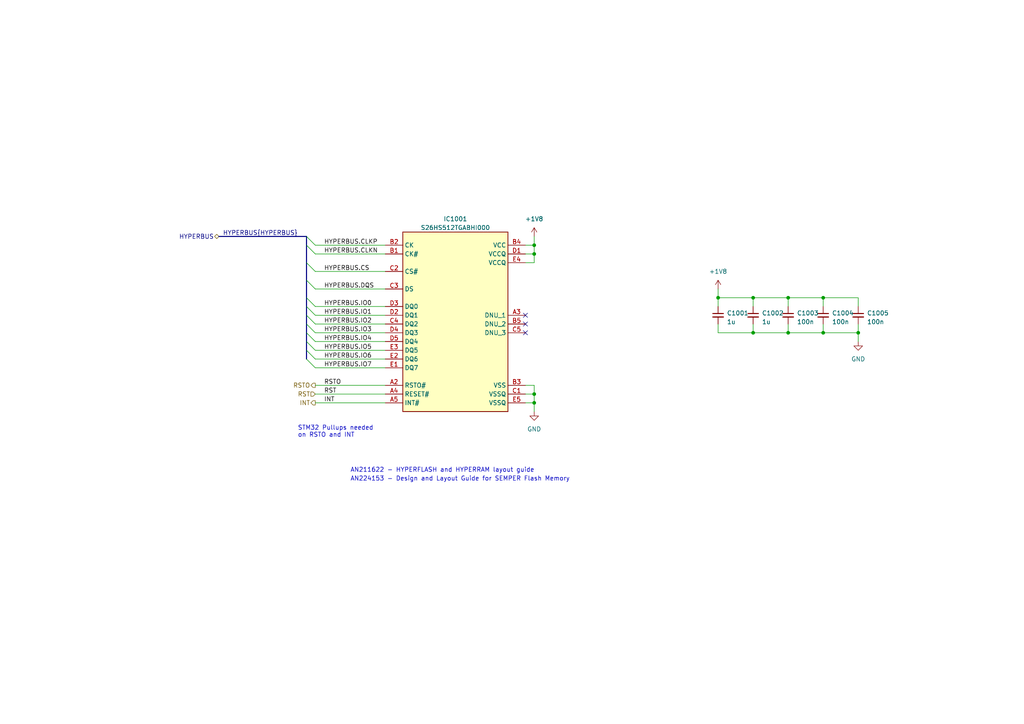
<source format=kicad_sch>
(kicad_sch (version 20230121) (generator eeschema)
  (paper "A4")
  (title_block (title "Watch Flash") (rev "1"))
  (lib_symbols
    (symbol "Device:C_Small" (pin_numbers hide) (pin_names (offset 0.254) hide)
      (property "Reference" "C" (at 0.254 1.778 0))
      (property "Value" "C_Small" (at 0.254 -2.032 0))
      (symbol "C_Small_0_1"
        (polyline (pts (xy -1.524 -0.508) (xy 1.524 -0.508)) (stroke (width 0.3302)))
        (polyline (pts (xy -1.524 0.508) (xy 1.524 0.508)) (stroke (width 0.3048)))
      )
      (symbol "C_Small_1_1"
        (pin passive line (at 0 2.54 270) (length 2.032) (name "~") (number "1"))
        (pin passive line (at 0 -2.54 90) (length 2.032) (name "~") (number "2"))
      )
    )
    (symbol "S26HS512TGABHI000:S26HS512TGABHI000"
      (property "Reference" "IC" (at 0 31.75 0))
      (property "Value" "S26HS512TGABHI000" (at 0 29.21 0))
      (symbol "S26HS512TGABHI000_1_1"
        (rectangle (start -15.24 26.67) (end 15.24 -25.4) (stroke (width 0.254)) (fill (type background)))
        (pin passive line (at -20.32 -17.78 0) (length 5.08) (name "RSTO#") (number "A2"))
        (pin passive line (at 20.32 2.54 180) (length 5.08) (name "DNU_1") (number "A3"))
        (pin passive line (at -20.32 -20.32 0) (length 5.08) (name "RESET#") (number "A4"))
        (pin passive line (at -20.32 -22.86 0) (length 5.08) (name "INT#") (number "A5"))
        (pin passive line (at -20.32 20.32 0) (length 5.08) (name "CK#") (number "B1"))
        (pin passive line (at -20.32 22.86 0) (length 5.08) (name "CK") (number "B2"))
        (pin passive line (at 20.32 -17.78 180) (length 5.08) (name "VSS") (number "B3"))
        (pin passive line (at 20.32 22.86 180) (length 5.08) (name "VCC") (number "B4"))
        (pin passive line (at 20.32 0 180) (length 5.08) (name "DNU_2") (number "B5"))
        (pin passive line (at 20.32 -20.32 180) (length 5.08) (name "VSSQ") (number "C1"))
        (pin passive line (at -20.32 15.24 0) (length 5.08) (name "CS#") (number "C2"))
        (pin passive line (at -20.32 10.16 0) (length 5.08) (name "DS") (number "C3"))
        (pin passive line (at -20.32 0 0) (length 5.08) (name "DQ2") (number "C4"))
        (pin passive line (at 20.32 -2.54 180) (length 5.08) (name "DNU_3") (number "C5"))
        (pin passive line (at 20.32 20.32 180) (length 5.08) (name "VCCQ") (number "D1"))
        (pin passive line (at -20.32 2.54 0) (length 5.08) (name "DQ1") (number "D2"))
        (pin passive line (at -20.32 5.08 0) (length 5.08) (name "DQ0") (number "D3"))
        (pin passive line (at -20.32 -2.54 0) (length 5.08) (name "DQ3") (number "D4"))
        (pin passive line (at -20.32 -5.08 0) (length 5.08) (name "DQ4") (number "D5"))
        (pin passive line (at -20.32 -12.7 0) (length 5.08) (name "DQ7") (number "E1"))
        (pin passive line (at -20.32 -10.16 0) (length 5.08) (name "DQ6") (number "E2"))
        (pin passive line (at -20.32 -7.62 0) (length 5.08) (name "DQ5") (number "E3"))
        (pin passive line (at 20.32 17.78 180) (length 5.08) (name "VCCQ") (number "E4"))
        (pin passive line (at 20.32 -22.86 180) (length 5.08) (name "VSSQ") (number "E5"))
      )
    )
    (symbol "power:+1V8" (power) (pin_names (offset 0))
      (property "Value" "+1V8" (at 0 3.556 0))
      (symbol "+1V8_0_1"
        (polyline (pts (xy -0.762 1.27) (xy 0 2.54)))
        (polyline (pts (xy 0 0) (xy 0 2.54)))
        (polyline (pts (xy 0 2.54) (xy 0.762 1.27)))
      )
      (symbol "+1V8_1_1"
        (pin power_in line (at 0 0 90) (length 0) hide (name "+1V8") (number "1"))
      )
    )
    (symbol "power:GND" (power) (pin_names (offset 0))
      (property "Value" "GND" (at 0 -3.81 0))
      (symbol "GND_0_1"
        (polyline (pts (xy 0 0) (xy 0 -1.27) (xy 1.27 -1.27) (xy 0 -2.54) (xy -1.27 -1.27) (xy 0 -1.27)))
      )
      (symbol "GND_1_1"
        (pin power_in line (at 0 0 270) (length 0) hide (name "GND") (number "1"))
      )
    )
  )
  (junction (at 154.94 114.3))
  (junction (at 208.28 86.36))
  (junction (at 154.94 116.84))
  (junction (at 238.76 86.36))
  (junction (at 228.6 96.52))
  (junction (at 228.6 86.36))
  (junction (at 248.92 96.52))
  (junction (at 238.76 96.52))
  (junction (at 218.44 86.36))
  (junction (at 154.94 73.66))
  (junction (at 154.94 71.12))
  (junction (at 218.44 96.52))
  (no_connect (at 152.4 96.52))
  (no_connect (at 152.4 93.98))
  (no_connect (at 152.4 91.44))
  (bus_entry (at 88.9 71.12) (size 2.54 2.54))
  (bus_entry (at 88.9 86.36) (size 2.54 2.54))
  (bus_entry (at 88.9 81.28) (size 2.54 2.54))
  (bus_entry (at 88.9 99.06) (size 2.54 2.54))
  (bus_entry (at 88.9 91.44) (size 2.54 2.54))
  (bus_entry (at 88.9 88.9) (size 2.54 2.54))
  (bus_entry (at 88.9 76.2) (size 2.54 2.54))
  (bus_entry (at 88.9 104.14) (size 2.54 2.54))
  (bus_entry (at 88.9 93.98) (size 2.54 2.54))
  (bus_entry (at 88.9 68.58) (size 2.54 2.54))
  (bus_entry (at 88.9 96.52) (size 2.54 2.54))
  (bus_entry (at 88.9 101.6) (size 2.54 2.54))
  (wire (pts (xy 91.44 96.52) (xy 111.76 96.52)))
  (bus (pts (xy 88.9 81.28) (xy 88.9 86.36)))
  (wire (pts (xy 154.94 119.38) (xy 154.94 116.84)))
  (wire (pts (xy 111.76 78.74) (xy 91.44 78.74)))
  (wire (pts (xy 218.44 88.9) (xy 218.44 86.36)))
  (wire (pts (xy 208.28 83.82) (xy 208.28 86.36)))
  (bus (pts (xy 88.9 76.2) (xy 88.9 81.28)))
  (bus (pts (xy 88.9 86.36) (xy 88.9 88.9)))
  (wire (pts (xy 218.44 96.52) (xy 228.6 96.52)))
  (bus (pts (xy 88.9 88.9) (xy 88.9 91.44)))
  (wire (pts (xy 208.28 88.9) (xy 208.28 86.36)))
  (wire (pts (xy 248.92 93.98) (xy 248.92 96.52)))
  (bus (pts (xy 88.9 99.06) (xy 88.9 101.6)))
  (wire (pts (xy 238.76 96.52) (xy 248.92 96.52)))
  (wire (pts (xy 218.44 86.36) (xy 228.6 86.36)))
  (wire (pts (xy 111.76 91.44) (xy 91.44 91.44)))
  (wire (pts (xy 238.76 93.98) (xy 238.76 96.52)))
  (wire (pts (xy 91.44 88.9) (xy 111.76 88.9)))
  (wire (pts (xy 154.94 76.2) (xy 154.94 73.66)))
  (wire (pts (xy 111.76 73.66) (xy 91.44 73.66)))
  (wire (pts (xy 238.76 86.36) (xy 248.92 86.36)))
  (bus (pts (xy 88.9 68.58) (xy 88.9 71.12)))
  (wire (pts (xy 111.76 104.14) (xy 91.44 104.14)))
  (wire (pts (xy 111.76 93.98) (xy 91.44 93.98)))
  (wire (pts (xy 248.92 99.06) (xy 248.92 96.52)))
  (bus (pts (xy 88.9 93.98) (xy 88.9 96.52)))
  (wire (pts (xy 248.92 88.9) (xy 248.92 86.36)))
  (wire (pts (xy 154.94 73.66) (xy 152.4 73.66)))
  (wire (pts (xy 154.94 68.58) (xy 154.94 71.12)))
  (bus (pts (xy 88.9 71.12) (xy 88.9 76.2)))
  (wire (pts (xy 154.94 111.76) (xy 152.4 111.76)))
  (wire (pts (xy 111.76 99.06) (xy 91.44 99.06)))
  (wire (pts (xy 154.94 71.12) (xy 152.4 71.12)))
  (wire (pts (xy 111.76 106.68) (xy 91.44 106.68)))
  (wire (pts (xy 208.28 96.52) (xy 208.28 93.98)))
  (wire (pts (xy 228.6 88.9) (xy 228.6 86.36)))
  (wire (pts (xy 154.94 114.3) (xy 152.4 114.3)))
  (wire (pts (xy 238.76 86.36) (xy 238.76 88.9)))
  (bus (pts (xy 88.9 68.58) (xy 63.5 68.58)))
  (wire (pts (xy 154.94 116.84) (xy 152.4 116.84)))
  (wire (pts (xy 154.94 114.3) (xy 154.94 111.76)))
  (wire (pts (xy 111.76 101.6) (xy 91.44 101.6)))
  (wire (pts (xy 111.76 83.82) (xy 91.44 83.82)))
  (wire (pts (xy 228.6 96.52) (xy 228.6 93.98)))
  (wire (pts (xy 218.44 93.98) (xy 218.44 96.52)))
  (bus (pts (xy 88.9 96.52) (xy 88.9 99.06)))
  (bus (pts (xy 88.9 101.6) (xy 88.9 104.14)))
  (wire (pts (xy 91.44 111.76) (xy 111.76 111.76)))
  (wire (pts (xy 154.94 73.66) (xy 154.94 71.12)))
  (bus (pts (xy 88.9 91.44) (xy 88.9 93.98)))
  (wire (pts (xy 154.94 76.2) (xy 152.4 76.2)))
  (wire (pts (xy 91.44 71.12) (xy 111.76 71.12)))
  (wire (pts (xy 228.6 86.36) (xy 238.76 86.36)))
  (wire (pts (xy 228.6 96.52) (xy 238.76 96.52)))
  (wire (pts (xy 218.44 96.52) (xy 208.28 96.52)))
  (wire (pts (xy 91.44 114.3) (xy 111.76 114.3)))
  (wire (pts (xy 218.44 86.36) (xy 208.28 86.36)))
  (wire (pts (xy 91.44 116.84) (xy 111.76 116.84)))
  (wire (pts (xy 154.94 116.84) (xy 154.94 114.3)))
  (text "STM32 Pullups needed\non RSTO and INT" (at 86.36 127 0) (effects (font (size 1.27 1.27)) (justify left bottom)))
  (text "AN224153 - Design and Layout Guide for SEMPER Flash Memory" (at 101.6 139.7 0) (effects (font (size 1.27 1.27)) (justify left bottom)))
  (text "AN211622 - HYPERFLASH and HYPERRAM layout guide" (at 101.6 137.16 0) (effects (font (size 1.27 1.27)) (justify left bottom)))
  (label "HYPERBUS{HYPERBUS}" (at 86.36 68.58 180))
  (label "HYPERBUS.CLKN" (at 93.98 73.66 0))
  (label "HYPERBUS.IO1" (at 93.98 91.44 0))
  (label "HYPERBUS.CLKP" (at 93.98 71.12 0))
  (label "INT" (at 93.98 116.84 0))
  (label "HYPERBUS.IO2" (at 93.98 93.98 0))
  (label "HYPERBUS.IO6" (at 93.98 104.14 0))
  (label "HYPERBUS.DQS" (at 93.98 83.82 0))
  (label "HYPERBUS.IO5" (at 93.98 101.6 0))
  (label "HYPERBUS.CS" (at 93.98 78.74 0))
  (label "HYPERBUS.IO3" (at 93.98 96.52 0))
  (label "HYPERBUS.IO0" (at 93.98 88.9 0))
  (label "RSTO" (at 93.98 111.76 0))
  (label "HYPERBUS.IO7" (at 93.98 106.68 0))
  (label "HYPERBUS.IO4" (at 93.98 99.06 0))
  (label "RST" (at 93.98 114.3 0))
  (hierarchical_label "RSTO" (shape output) (at 91.44 111.76 180))
  (hierarchical_label "HYPERBUS" (shape bidirectional) (at 63.5 68.58 180) (property "DSI" "DSI" (effects hide)))
  (hierarchical_label "RST" (shape input) (at 91.44 114.3 180))
  (hierarchical_label "INT" (shape output) (at 91.44 116.84 180))
  (symbol (lib_id "power:GND") (at 154.94 119.38 0) (unit 1)
    (property "Reference" "#PWR01002" (effects hide))
    (property "Value" "GND" (at 154.94 124.46 0))
  )
  (symbol (lib_id "Device:C_Small") (at 208.28 91.44 0) (unit 1)
    (property "Reference" "C1001" (at 210.82 90.8113 0) (effects (justify left)))
    (property "Value" "1u" (at 210.82 93.3513 0) (effects (justify left)))
    (property "Footprint" "Capacitor_SMD:C_0402_1005Metric" (effects hide))
  )
  (symbol (lib_id "Device:C_Small") (at 248.92 91.44 0) (unit 1)
    (property "Reference" "C1005" (at 251.46 90.8113 0) (effects (justify left)))
    (property "Value" "100n" (at 251.46 93.3513 0) (effects (justify left)))
    (property "Footprint" "Capacitor_SMD:C_0402_1005Metric" (effects hide))
  )
  (symbol (lib_id "power:+1V8") (at 154.94 68.58 0) (unit 1)
    (property "Reference" "#PWR01001" (effects hide))
    (property "Value" "+1V8" (at 154.94 63.5 0))
  )
  (symbol (lib_id "Device:C_Small") (at 228.6 91.44 0) (unit 1)
    (property "Reference" "C1003" (at 231.14 90.8113 0) (effects (justify left)))
    (property "Value" "100n" (at 231.14 93.3513 0) (effects (justify left)))
    (property "Footprint" "Capacitor_SMD:C_0402_1005Metric" (effects hide))
  )
  (symbol (lib_id "Device:C_Small") (at 238.76 91.44 0) (unit 1)
    (property "Reference" "C1004" (at 241.3 90.8113 0) (effects (justify left)))
    (property "Value" "100n" (at 241.3 93.3513 0) (effects (justify left)))
    (property "Footprint" "Capacitor_SMD:C_0402_1005Metric" (effects hide))
  )
  (symbol (lib_id "power:GND") (at 248.92 99.06 0) (unit 1)
    (property "Reference" "#PWR01004" (effects hide))
    (property "Value" "GND" (at 248.92 104.14 0))
  )
  (symbol (lib_id "power:+1V8") (at 208.28 83.82 0) (unit 1)
    (property "Reference" "#PWR01003" (effects hide))
    (property "Value" "+1V8" (at 208.28 78.74 0))
  )
  (symbol (lib_id "S26HS512TGABHI000:S26HS512TGABHI000") (at 132.08 93.98 0) (unit 1)
    (property "Reference" "IC1001" (at 132.08 63.5 0))
    (property "Value" "S26HS512TGABHI000" (at 132.08 66.04 0))
    (property "Footprint" "watch_footprints:BGA24C100P5X5_600X800X100" (effects hide))
    (property "Datasheet" "https://www.mouser.co.uk/datasheet/2/196/Infineon_S26HS256T_S26HS512T_S26HS01GT_S26HL256T_S-3363909.pdf" (effects hide))
    (property "Height" "1" (effects hide))
    (property "Mouser Part Number" "727-S26HS512TGABHI00" (effects hide))
    (property "Manufacturer_Name" "Infineon" (effects hide))
  )
  (symbol (lib_id "Device:C_Small") (at 218.44 91.44 0) (unit 1)
    (property "Reference" "C1002" (at 220.98 90.8113 0) (effects (justify left)))
    (property "Value" "1u" (at 220.98 93.3513 0) (effects (justify left)))
    (property "Footprint" "Capacitor_SMD:C_0402_1005Metric" (effects hide))
  )
)
</source>
